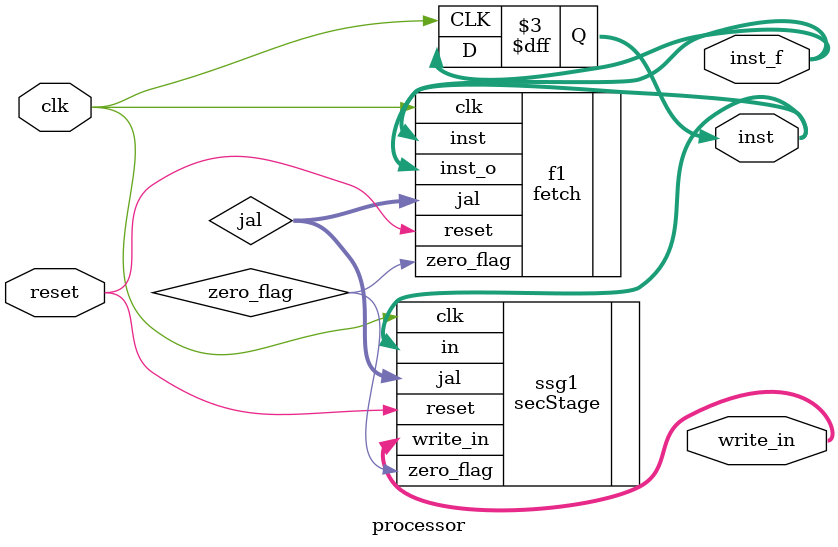
<source format=v>
`timescale 1ns / 1ps

module processor(
    input clk,
    output reg [31: 0 ] inst,
    output [31: 0 ] inst_f,
    input reset,
    output [31: 0 ]  write_in
    );
    //reg [31: 0 ]inst;
    //wire [31: 0 ]inst_f;
    initial begin 
        inst = 0 ; 
    end 
    wire zero_flag ;  
    wire [31: 0 ] jal ; 
    
    fetch f1 (.zero_flag(zero_flag ),
    .inst_o(inst_f),
    .inst(inst),
    .clk(clk) ,
    .reset(reset),
    .jal(jal)
    );
    
    secStage ssg1 (
        .in(inst),
        .clk(clk),
        .zero_flag(zero_flag ),
        .reset(reset),
        .write_in( write_in),
        .jal(jal)
    );
     
    always @ (negedge clk )begin 
        inst <= inst_f ; 
    end
endmodule

</source>
